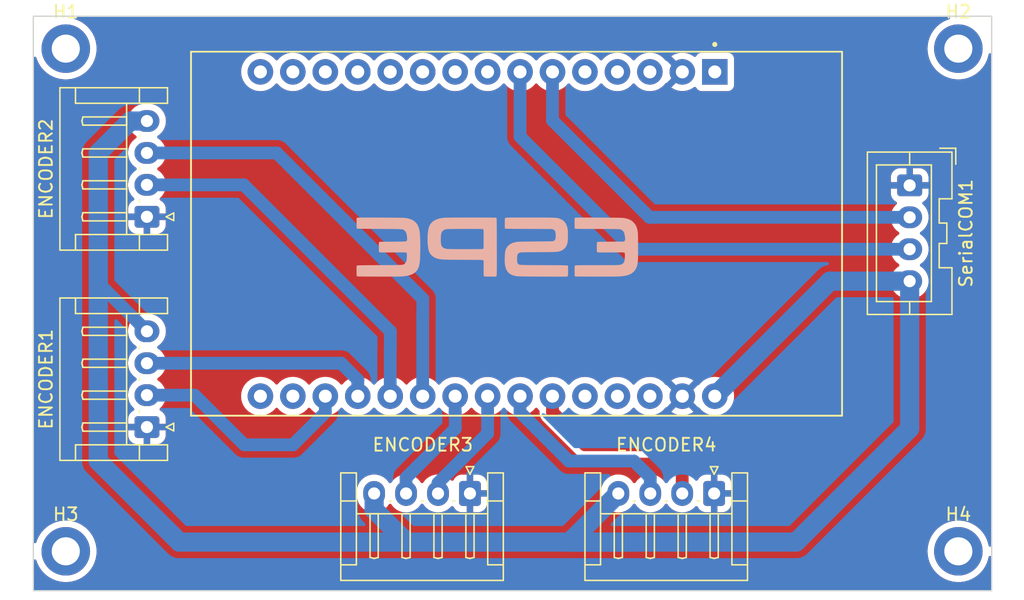
<source format=kicad_pcb>
(kicad_pcb (version 20240108) (generator "pcbnew") (generator_version "8.0")
  (layers (0 "F.Cu" signal) (31 "B.Cu" signal) (34 "B.Paste" user) (35 "F.Paste" user) (36 "B.SilkS" user "B.Silkscreen") (37 "F.SilkS" user "F.Silkscreen") (38 "B.Mask" user) (39 "F.Mask" user) (44 "Edge.Cuts" user))
  (net 0 "")
  (net 1 "/ENCODER_A1")
  (net 2 "/ENCODER_A2")
  (net 3 "GND")
  (net 4 "+3V3")
  (net 5 "/ENCODER_B2")
  (net 6 "/ENCODER_B1")
  (net 7 "/ENCODER_C2")
  (net 8 "/ENCODER_C1")
  (net 9 "/ENCODER_D2")
  (net 10 "/ENCODER_D1")
  (net 11 "+5V")
  (net 12 "/TX_COM")
  (net 13 "/RX_COM")
  (footprint "ESP32-DEVKIT-V1:MODULE_ESP32_DEVKIT_V1_EDITED" (layer "F.Cu") (at 94.965 66.04 -90)
    (property "Reference" "U1" (hide yes))
    (property "Value" "ESP32_DevKit_V1_DOIT")
    (pad "1" thru_hole circle (at 12.7 20.045 270) (size 2 2) (drill 1.02) (layers "*.Cu" "*.Mask"))
    (pad "2" thru_hole circle (at 12.7 17.505 270) (size 2 2) (drill 1.02) (layers "*.Cu" "*.Mask"))
    (pad "3" thru_hole circle (at 12.7 14.965 270) (size 2 2) (drill 1.02) (layers "*.Cu" "*.Mask") (net 1 "/ENCODER_A1"))
    (pad "4" thru_hole circle (at 12.7 12.425 270) (size 2 2) (drill 1.02) (layers "*.Cu" "*.Mask") (net 2 "/ENCODER_A2"))
    (pad "5" thru_hole circle (at 12.7 9.885 270) (size 2 2) (drill 1.02) (layers "*.Cu" "*.Mask") (net 6 "/ENCODER_B1"))
    (pad "6" thru_hole circle (at 12.7 7.345 270) (size 2 2) (drill 1.02) (layers "*.Cu" "*.Mask") (net 5 "/ENCODER_B2"))
    (pad "7" thru_hole circle (at 12.7 4.805 270) (size 2 2) (drill 1.02) (layers "*.Cu" "*.Mask") (net 8 "/ENCODER_C1"))
    (pad "8" thru_hole circle (at 12.7 2.265 270) (size 2 2) (drill 1.02) (layers "*.Cu" "*.Mask") (net 7 "/ENCODER_C2"))
    (pad "9" thru_hole circle (at 12.7 -0.275 270) (size 2 2) (drill 1.02) (layers "*.Cu" "*.Mask") (net 10 "/ENCODER_D1"))
    (pad "10" thru_hole circle (at 12.7 -2.815 270) (size 2 2) (drill 1.02) (layers "*.Cu" "*.Mask") (net 9 "/ENCODER_D2"))
    (pad "11" thru_hole circle (at 12.7 -5.355 270) (size 2 2) (drill 1.02) (layers "*.Cu" "*.Mask"))
    (pad "12" thru_hole circle (at 12.7 -7.895 270) (size 2 2) (drill 1.02) (layers "*.Cu" "*.Mask"))
    (pad "13" thru_hole circle (at 12.7 -10.435 270) (size 2 2) (drill 1.02) (layers "*.Cu" "*.Mask"))
    (pad "14" thru_hole circle (at 12.7 -12.975 270) (size 2 2) (drill 1.02) (layers "*.Cu" "*.Mask") (net 3 "GND"))
    (pad "15" thru_hole circle (at 12.7 -15.515 270) (size 2 2) (drill 1.02) (layers "*.Cu" "*.Mask") (net 11 "+5V"))
    (pad "16" thru_hole rect (at -12.7 -15.515 270) (size 2 2) (drill 1.02) (layers "*.Cu" "*.Mask") (net 4 "+3V3"))
    (pad "17" thru_hole circle (at -12.7 -12.975 270) (size 2 2) (drill 1.02) (layers "*.Cu" "*.Mask") (net 3 "GND"))
    (pad "18" thru_hole circle (at -12.7 -10.435 270) (size 2 2) (drill 1.02) (layers "*.Cu" "*.Mask"))
    (pad "19" thru_hole circle (at -12.7 -7.895 270) (size 2 2) (drill 1.02) (layers "*.Cu" "*.Mask"))
    (pad "20" thru_hole circle (at -12.7 -5.355 270) (size 2 2) (drill 1.02) (layers "*.Cu" "*.Mask"))
    (pad "21" thru_hole circle (at -12.7 -2.815 270) (size 2 2) (drill 1.02) (layers "*.Cu" "*.Mask") (net 13 "/RX_COM"))
    (pad "22" thru_hole circle (at -12.7 -0.275 270) (size 2 2) (drill 1.02) (layers "*.Cu" "*.Mask") (net 12 "/TX_COM"))
    (pad "23" thru_hole circle (at -12.7 2.265 270) (size 2 2) (drill 1.02) (layers "*.Cu" "*.Mask"))
    (pad "24" thru_hole circle (at -12.7 4.805 270) (size 2 2) (drill 1.02) (layers "*.Cu" "*.Mask"))
    (pad "25" thru_hole circle (at -12.7 7.345 270) (size 2 2) (drill 1.02) (layers "*.Cu" "*.Mask"))
    (pad "26" thru_hole circle (at -12.7 9.885 270) (size 2 2) (drill 1.02) (layers "*.Cu" "*.Mask"))
    (pad "27" thru_hole circle (at -12.7 12.425 270) (size 2 2) (drill 1.02) (layers "*.Cu" "*.Mask"))
    (pad "28" thru_hole circle (at -12.7 14.965 270) (size 2 2) (drill 1.02) (layers "*.Cu" "*.Mask"))
    (pad "29" thru_hole circle (at -12.7 17.505 270) (size 2 2) (drill 1.02) (layers "*.Cu" "*.Mask"))
    (pad "30" thru_hole circle (at -12.7 20.045 270) (size 2 2) (drill 1.02) (layers "*.Cu" "*.Mask"))
  )
  (footprint "MountingHole:MountingHole_2.2mm_M2_DIN965_Pad" (layer "F.Cu") (at 129.54 51.52)
    (property "Reference" "H2" (at 0 -2.9 0) (layer "F.SilkS"))
    (property "Value" "MountingHole")
    (pad "1" thru_hole circle (at 0 0) (size 3.8 3.8) (drill 2.2) (layers "*.Cu" "*.Mask"))
  )
  (footprint "Connector_JST:JST_EH_S4B-EH_1x04_P2.50mm_Horizontal" (layer "F.Cu") (at 91.32 86.36 180)
    (property "Reference" "ENCODER3" (at 3.69 3.81 360) (layer "F.SilkS"))
    (property "Value" "Enc_Pins" (hide yes))
    (pad "1" thru_hole roundrect (at 0 0 180) (size 1.7 1.95) (drill 0.95) (layers "*.Cu" "*.Mask") (roundrect_rratio 0.147059) (net 3 "GND"))
    (pad "2" thru_hole oval (at 2.5 0 180) (size 1.7 1.95) (drill 0.95) (layers "*.Cu" "*.Mask") (net 7 "/ENCODER_C2"))
    (pad "3" thru_hole oval (at 5 0 180) (size 1.7 1.95) (drill 0.95) (layers "*.Cu" "*.Mask") (net 8 "/ENCODER_C1"))
    (pad "4" thru_hole oval (at 7.5 0 180) (size 1.7 1.95) (drill 0.95) (layers "*.Cu" "*.Mask") (net 11 "+5V"))
  )
  (footprint "Connector_JST:JST_EH_S4B-EH_1x04_P2.50mm_Horizontal" (layer "F.Cu") (at 110.43 86.36 180)
    (property "Reference" "ENCODER4" (at 3.75 3.81 360) (layer "F.SilkS"))
    (property "Value" "Enc_Pins" (hide yes))
    (pad "1" thru_hole roundrect (at 0 0 180) (size 1.7 1.95) (drill 0.95) (layers "*.Cu" "*.Mask") (roundrect_rratio 0.147059) (net 3 "GND"))
    (pad "2" thru_hole oval (at 2.5 0 180) (size 1.7 1.95) (drill 0.95) (layers "*.Cu" "*.Mask") (net 9 "/ENCODER_D2"))
    (pad "3" thru_hole oval (at 5 0 180) (size 1.7 1.95) (drill 0.95) (layers "*.Cu" "*.Mask") (net 10 "/ENCODER_D1"))
    (pad "4" thru_hole oval (at 7.5 0 180) (size 1.7 1.95) (drill 0.95) (layers "*.Cu" "*.Mask") (net 11 "+5V"))
  )
  (footprint "MountingHole:MountingHole_2.2mm_M2_DIN965_Pad" (layer "F.Cu") (at 129.54 90.89)
    (property "Reference" "H4" (at 0 -2.9 0) (layer "F.SilkS"))
    (property "Value" "MountingHole")
    (pad "1" thru_hole circle (at 0 0) (size 3.8 3.8) (drill 2.2) (layers "*.Cu" "*.Mask"))
  )
  (footprint "MountingHole:MountingHole_2.2mm_M2_DIN965_Pad" (layer "F.Cu") (at 59.69 51.52)
    (property "Reference" "H1" (at 0 -2.9 0) (layer "F.SilkS"))
    (property "Value" "MountingHole")
    (pad "1" thru_hole circle (at 0 0) (size 3.8 3.8) (drill 2.2) (layers "*.Cu" "*.Mask"))
  )
  (footprint "Connector_JST:JST_EH_S4B-EH_1x04_P2.50mm_Horizontal" (layer "F.Cu") (at 66.04 64.69 90)
    (property "Reference" "ENCODER2" (at 3.75 -7.9 90) (layer "F.SilkS"))
    (property "Value" "Enc_Pins")
    (pad "1" thru_hole roundrect (at 0 0 90) (size 1.7 1.95) (drill 0.95) (layers "*.Cu" "*.Mask") (roundrect_rratio 0.147059) (net 3 "GND"))
    (pad "2" thru_hole oval (at 2.5 0 90) (size 1.7 1.95) (drill 0.95) (layers "*.Cu" "*.Mask") (net 6 "/ENCODER_B1"))
    (pad "3" thru_hole oval (at 5 0 90) (size 1.7 1.95) (drill 0.95) (layers "*.Cu" "*.Mask") (net 5 "/ENCODER_B2"))
    (pad "4" thru_hole oval (at 7.5 0 90) (size 1.7 1.95) (drill 0.95) (layers "*.Cu" "*.Mask") (net 11 "+5V"))
  )
  (footprint "MountingHole:MountingHole_2.2mm_M2_DIN965_Pad" (layer "F.Cu") (at 59.69 90.89)
    (property "Reference" "H3" (at 0 -2.9 0) (layer "F.SilkS"))
    (property "Value" "MountingHole")
    (pad "1" thru_hole circle (at 0 0) (size 3.8 3.8) (drill 2.2) (layers "*.Cu" "*.Mask"))
  )
  (footprint "Connector_JST:JST_XA_B04B-XASK-1_1x04_P2.50mm_Vertical" (layer "F.Cu") (at 125.73 62.23 -90)
    (property "Reference" "SerialCOM1" (at 3.75 -4.4 90) (layer "F.SilkS"))
    (property "Value" "SerialCOM")
    (pad "1" thru_hole roundrect (at 0 0 270) (size 1.7 1.95) (drill 0.95) (layers "*.Cu" "*.Mask") (roundrect_rratio 0.147059) (net 3 "GND"))
    (pad "2" thru_hole oval (at 2.5 0 270) (size 1.7 1.95) (drill 0.95) (layers "*.Cu" "*.Mask") (net 13 "/RX_COM"))
    (pad "3" thru_hole oval (at 5 0 270) (size 1.7 1.95) (drill 0.95) (layers "*.Cu" "*.Mask") (net 12 "/TX_COM"))
    (pad "4" thru_hole oval (at 7.5 0 270) (size 1.7 1.95) (drill 0.95) (layers "*.Cu" "*.Mask") (net 11 "+5V"))
  )
  (footprint "Connector_JST:JST_EH_S4B-EH_1x04_P2.50mm_Horizontal" (layer "F.Cu") (at 66.04 81.16 90)
    (property "Reference" "ENCODER1" (at 3.75 -7.9 90) (layer "F.SilkS"))
    (property "Value" "Enc_Pins")
    (pad "1" thru_hole roundrect (at 0 0 90) (size 1.7 1.95) (drill 0.95) (layers "*.Cu" "*.Mask") (roundrect_rratio 0.147059) (net 3 "GND"))
    (pad "2" thru_hole oval (at 2.5 0 90) (size 1.7 1.95) (drill 0.95) (layers "*.Cu" "*.Mask") (net 1 "/ENCODER_A1"))
    (pad "3" thru_hole oval (at 5 0 90) (size 1.7 1.95) (drill 0.95) (layers "*.Cu" "*.Mask") (net 2 "/ENCODER_A2"))
    (pad "4" thru_hole oval (at 7.5 0 90) (size 1.7 1.95) (drill 0.95) (layers "*.Cu" "*.Mask") (net 11 "+5V"))
  )
  (footprint "LOGO" (layer "B.Cu") (at 98.6 69.8 180)
    (property "Reference" "G***" (hide yes))
    (property "Value" "LOGO" (hide yes))
  )
  (gr_rect (start 57.15 48.98) (end 132.15 93.98) (stroke (width 0.1)) (fill none) (layer "Edge.Cuts"))
  (segment (start 66.04 78.66) (end 69.77 78.66) (width 1) (layer "B.Cu") (net 1))
  (segment (start 73.66 82.55) (end 77.47 82.55) (width 1) (layer "B.Cu") (net 1))
  (segment (start 77.47 82.55) (end 80 80.02) (width 1) (layer "B.Cu") (net 1))
  (segment (start 69.77 78.66) (end 73.66 82.55) (width 1) (layer "B.Cu") (net 1))
  (segment (start 80 80.02) (end 80 78.74) (width 1) (layer "B.Cu") (net 1))
  (segment (start 81.24 76.16) (end 82.55 77.47) (width 1) (layer "B.Cu") (net 2))
  (segment (start 66.04 76.16) (end 81.24 76.16) (width 1) (layer "B.Cu") (net 2))
  (segment (start 82.54 77.48) (end 82.54 78.74) (width 1) (layer "B.Cu") (net 2))
  (segment (start 82.55 77.47) (end 82.54 77.48) (width 1) (layer "B.Cu") (net 2))
  (segment (start 87.62 72.4) (end 87.62 78.74) (width 1) (layer "B.Cu") (net 5))
  (segment (start 76.2 59.69) (end 87.63 71.12) (width 1) (layer "B.Cu") (net 5))
  (segment (start 87.63 71.12) (end 87.63 72.39) (width 1) (layer "B.Cu") (net 5))
  (segment (start 87.63 72.39) (end 87.62 72.4) (width 1) (layer "B.Cu") (net 5))
  (segment (start 66.04 59.69) (end 76.2 59.69) (width 1) (layer "B.Cu") (net 5))
  (segment (start 66.04 62.19) (end 73.62 62.19) (width 1) (layer "B.Cu") (net 6))
  (segment (start 85.09 73.66) (end 85.09 74.93) (width 1) (layer "B.Cu") (net 6))
  (segment (start 73.62 62.19) (end 85.09 73.66) (width 1) (layer "B.Cu") (net 6))
  (segment (start 85.09 74.93) (end 85.08 74.94) (width 1) (layer "B.Cu") (net 6))
  (segment (start 85.08 74.94) (end 85.08 78.74) (width 1) (layer "B.Cu") (net 6))
  (segment (start 88.82 85.5375) (end 92.7 81.6575) (width 1) (layer "B.Cu") (net 7))
  (segment (start 92.7 81.6575) (end 92.7 78.74) (width 1) (layer "B.Cu") (net 7))
  (segment (start 88.82 86.36) (end 88.82 85.5375) (width 1) (layer "B.Cu") (net 7))
  (segment (start 90.17 80.01) (end 90.16 80) (width 1) (layer "B.Cu") (net 8))
  (segment (start 90.16 80) (end 90.16 78.74) (width 1) (layer "B.Cu") (net 8))
  (segment (start 86.32 86.36) (end 86.32 85.13) (width 1) (layer "B.Cu") (net 8))
  (segment (start 86.32 85.13) (end 90.17 81.28) (width 1) (layer "B.Cu") (net 8))
  (segment (start 90.17 81.28) (end 90.17 80.01) (width 1) (layer "B.Cu") (net 8))
  (segment (start 107.93 83.84) (end 107.93 86.36) (width 1) (layer "F.Cu") (net 9))
  (segment (start 107.95 83.82) (end 107.93 83.84) (width 1) (layer "F.Cu") (net 9))
  (segment (start 100.33 82.55) (end 106.68 82.55) (width 1) (layer "F.Cu") (net 9))
  (segment (start 106.68 82.55) (end 107.95 83.82) (width 1) (layer "F.Cu") (net 9))
  (segment (start 97.78 80) (end 100.33 82.55) (width 1) (layer "F.Cu") (net 9))
  (segment (start 97.78 78.74) (end 97.78 80) (width 1) (layer "F.Cu") (net 9))
  (segment (start 95.24 78.74) (end 95.24 80) (width 1) (layer "B.Cu") (net 10))
  (segment (start 105.43 85.11) (end 105.43 86.36) (width 1) (layer "B.Cu") (net 10))
  (segment (start 104.14 83.82) (end 105.43 85.11) (width 1) (layer "B.Cu") (net 10))
  (segment (start 99.06 83.82) (end 104.14 83.82) (width 1) (layer "B.Cu") (net 10))
  (segment (start 95.24 80) (end 99.06 83.82) (width 1) (layer "B.Cu") (net 10))
  (segment (start 62.23 83.82) (end 62.23 69.85) (width 1.5) (layer "B.Cu") (net 11))
  (segment (start 86.36 90.17) (end 68.58 90.17) (width 1.5) (layer "B.Cu") (net 11))
  (segment (start 62.23 59.69) (end 64.73 57.19) (width 1.5) (layer "B.Cu") (net 11))
  (segment (start 119.49 69.73) (end 125.73 69.73) (width 1.5) (layer "B.Cu") (net 11))
  (segment (start 83.82 86.36) (end 83.82 87.63) (width 1.5) (layer "B.Cu") (net 11))
  (segment (start 66.04 73.66) (end 62.23 69.85) (width 1) (layer "B.Cu") (net 11))
  (segment (start 68.58 90.17) (end 62.23 83.82) (width 1.5) (layer "B.Cu") (net 11))
  (segment (start 104.14 90.17) (end 88.9 90.17) (width 1.5) (layer "B.Cu") (net 11))
  (segment (start 83.82 87.63) (end 86.36 90.17) (width 1.5) (layer "B.Cu") (net 11))
  (segment (start 110.48 78.74) (end 119.49 69.73) (width 1.5) (layer "B.Cu") (net 11))
  (segment (start 62.23 69.85) (end 62.23 59.69) (width 1.5) (layer "B.Cu") (net 11))
  (segment (start 116.84 90.17) (end 104.14 90.17) (width 1.5) (layer "B.Cu") (net 11))
  (segment (start 64.73 57.19) (end 66.04 57.19) (width 1.5) (layer "B.Cu") (net 11))
  (segment (start 102.93 86.36) (end 99.12 90.17) (width 1.5) (layer "B.Cu") (net 11))
  (segment (start 88.9 90.17) (end 86.36 90.17) (width 1.5) (layer "B.Cu") (net 11))
  (segment (start 99.12 90.17) (end 104.14 90.17) (width 1.5) (layer "B.Cu") (net 11))
  (segment (start 125.73 69.73) (end 125.73 81.28) (width 1.5) (layer "B.Cu") (net 11))
  (segment (start 125.73 81.28) (end 116.84 90.17) (width 1.5) (layer "B.Cu") (net 11))
  (segment (start 95.24 58.41) (end 104.14 67.31) (width 1) (layer "B.Cu") (net 12))
  (segment (start 104.14 67.31) (end 104.22 67.23) (width 1) (layer "B.Cu") (net 12))
  (segment (start 95.24 53.34) (end 95.24 58.41) (width 1) (layer "B.Cu") (net 12))
  (segment (start 104.22 67.23) (end 125.73 67.23) (width 1) (layer "B.Cu") (net 12))
  (segment (start 97.78 57.14) (end 97.78 53.34) (width 1) (layer "B.Cu") (net 13))
  (segment (start 125.73 64.73) (end 105.37 64.73) (width 1) (layer "B.Cu") (net 13))
  (segment (start 105.37 64.73) (end 97.78 57.14) (width 1) (layer "B.Cu") (net 13))
  (zone (net 3) (net_name "GND") (layers "F&B.Cu") (connect_pads (clearance 0.508)) (min_thickness 0.25) (fill yes (thermal_gap 0.5) (thermal_bridge_width 0.5))
    (polygon (pts (xy 133.35 94.7) (xy 55.88 94.7) (xy 55.88 47.71) (xy 133.35 47.71)))
  )
)
</source>
